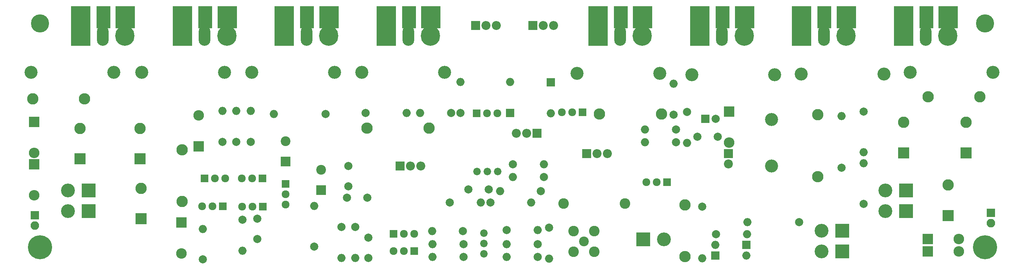
<source format=gbr>
G04 #@! TF.FileFunction,Soldermask,Top*
%FSLAX46Y46*%
G04 Gerber Fmt 4.6, Leading zero omitted, Abs format (unit mm)*
G04 Created by KiCad (PCBNEW 4.0.7) date 10/26/20 22:45:00*
%MOMM*%
%LPD*%
G01*
G04 APERTURE LIST*
%ADD10C,0.100000*%
%ADD11C,1.920000*%
%ADD12R,1.920000X1.920000*%
%ADD13C,2.000000*%
%ADD14O,2.000000X2.000000*%
%ADD15R,2.600000X2.600000*%
%ADD16O,2.600000X2.600000*%
%ADD17R,2.800000X2.800000*%
%ADD18C,2.800000*%
%ADD19C,2.600000*%
%ADD20C,2.400000*%
%ADD21R,2.000000X2.000000*%
%ADD22R,2.400000X2.400000*%
%ADD23R,2.200000X2.200000*%
%ADD24C,2.200000*%
%ADD25C,1.840000*%
%ADD26O,2.800000X2.800000*%
%ADD27R,4.700000X5.400000*%
%ADD28R,3.400000X5.400000*%
%ADD29R,4.700000X4.900000*%
%ADD30O,2.900000X4.900000*%
%ADD31O,4.700000X4.900000*%
%ADD32C,3.200000*%
%ADD33O,3.200000X3.200000*%
%ADD34C,5.900000*%
%ADD35C,4.464000*%
%ADD36R,2.100000X2.100000*%
%ADD37O,2.100000X2.100000*%
%ADD38R,3.400000X3.400000*%
%ADD39C,3.400000*%
%ADD40O,2.200000X2.200000*%
G04 APERTURE END LIST*
D10*
D11*
X181460000Y-86000000D03*
X178920000Y-86000000D03*
D12*
X184000000Y-86000000D03*
D11*
X72940000Y-85100000D03*
X75480000Y-85100000D03*
D12*
X70400000Y-85100000D03*
D13*
X100100000Y-69250000D03*
D14*
X87400000Y-69250000D03*
D15*
X199200000Y-68600000D03*
D16*
X199200000Y-76220000D03*
D17*
X54625000Y-80250000D03*
D18*
X54625000Y-72750000D03*
D19*
X160980000Y-103100000D03*
X160980000Y-98020000D03*
X166060000Y-98020000D03*
X166060000Y-103100000D03*
D20*
X163520000Y-100560000D03*
D21*
X193400000Y-70400000D03*
D13*
X195900000Y-70400000D03*
D11*
X119340000Y-98700000D03*
X121880000Y-98700000D03*
D12*
X116800000Y-98700000D03*
D13*
X186200000Y-73000000D03*
D14*
X178580000Y-73000000D03*
D13*
X133800000Y-98000000D03*
D14*
X126300000Y-98000000D03*
D13*
X70000000Y-105000000D03*
D14*
X70000000Y-97500000D03*
D13*
X83400000Y-99950000D03*
X83400000Y-94950000D03*
X196400000Y-74800000D03*
X191400000Y-74800000D03*
X110600000Y-104600000D03*
X110600000Y-99600000D03*
D22*
X90350000Y-80900000D03*
D20*
X90350000Y-75900000D03*
D22*
X99000000Y-87950000D03*
D20*
X99000000Y-82950000D03*
D13*
X105750000Y-87050000D03*
X105750000Y-82050000D03*
X153000000Y-88200000D03*
D14*
X143000000Y-88200000D03*
D13*
X232200000Y-91300000D03*
D14*
X232200000Y-81300000D03*
D13*
X110000000Y-69000000D03*
D14*
X120000000Y-69000000D03*
D17*
X257400000Y-78800000D03*
D18*
X257400000Y-71300000D03*
D13*
X232200000Y-68600000D03*
D14*
X232200000Y-78600000D03*
D15*
X64730000Y-95900000D03*
D16*
X64730000Y-103520000D03*
D23*
X199000000Y-79000000D03*
D24*
X199000000Y-81540000D03*
D21*
X145400000Y-69000000D03*
D14*
X145400000Y-61380000D03*
D21*
X155400000Y-61400000D03*
D14*
X155400000Y-69020000D03*
D15*
X68975000Y-77200000D03*
D16*
X68975000Y-69580000D03*
D13*
X144600000Y-97800000D03*
D14*
X152220000Y-97800000D03*
D13*
X155000000Y-97200000D03*
D14*
X155000000Y-104820000D03*
D13*
X78250000Y-76100000D03*
D14*
X78250000Y-68480000D03*
D13*
X74850000Y-76050000D03*
D14*
X74850000Y-68430000D03*
D13*
X79700000Y-95200000D03*
D14*
X79700000Y-102820000D03*
D13*
X134000000Y-101200000D03*
D14*
X126380000Y-101200000D03*
D13*
X134000000Y-104400000D03*
D14*
X126380000Y-104400000D03*
D13*
X152200000Y-101200000D03*
D14*
X144580000Y-101200000D03*
D13*
X152200000Y-104400000D03*
D14*
X144580000Y-104400000D03*
D25*
X139000000Y-103600000D03*
X139000000Y-101060000D03*
X139000000Y-98520000D03*
D18*
X188400000Y-91600000D03*
D26*
X188400000Y-104300000D03*
D13*
X188850000Y-68750000D03*
D14*
X188850000Y-76370000D03*
D18*
X64925000Y-90700000D03*
D26*
X64925000Y-78000000D03*
D13*
X107400000Y-97000000D03*
D14*
X107400000Y-104620000D03*
D13*
X104000000Y-97000000D03*
D14*
X104000000Y-104620000D03*
D13*
X192600000Y-92000000D03*
D14*
X192600000Y-104700000D03*
D13*
X81750000Y-76100000D03*
D14*
X81750000Y-68480000D03*
D13*
X146100000Y-81600000D03*
D14*
X153720000Y-81600000D03*
D25*
X142400000Y-83400000D03*
X139860000Y-83400000D03*
X137320000Y-83400000D03*
D13*
X153750000Y-84750000D03*
D14*
X146130000Y-84750000D03*
D13*
X186200000Y-76200000D03*
D14*
X178580000Y-76200000D03*
D13*
X131000000Y-69000000D03*
D14*
X123380000Y-69000000D03*
D18*
X182600000Y-69200000D03*
D26*
X167360000Y-69200000D03*
D13*
X133250000Y-69000000D03*
D14*
X133250000Y-61380000D03*
D13*
X185600000Y-69400000D03*
D14*
X185600000Y-61780000D03*
D18*
X28250000Y-65500000D03*
D26*
X40950000Y-65500000D03*
D18*
X260750000Y-65000000D03*
D26*
X248050000Y-65000000D03*
D13*
X226800000Y-82400000D03*
D14*
X226800000Y-69700000D03*
D27*
X50968000Y-45428000D03*
D28*
X45588000Y-45428000D03*
D29*
X40000000Y-50000000D03*
D30*
X45450000Y-50000000D03*
D31*
X50900000Y-50000000D03*
D27*
X40000000Y-45428000D03*
X252968000Y-45428000D03*
D28*
X247588000Y-45428000D03*
D29*
X242000000Y-50000000D03*
D30*
X247450000Y-50000000D03*
D31*
X252900000Y-50000000D03*
D27*
X242000000Y-45428000D03*
X75968000Y-45428000D03*
D28*
X70588000Y-45428000D03*
D29*
X65000000Y-50000000D03*
D30*
X70450000Y-50000000D03*
D31*
X75900000Y-50000000D03*
D27*
X65000000Y-45428000D03*
X227968000Y-45428000D03*
D28*
X222588000Y-45428000D03*
D29*
X217000000Y-50000000D03*
D30*
X222450000Y-50000000D03*
D31*
X227900000Y-50000000D03*
D27*
X217000000Y-45428000D03*
X100968000Y-45428000D03*
D28*
X95588000Y-45428000D03*
D29*
X90000000Y-50000000D03*
D30*
X95450000Y-50000000D03*
D31*
X100900000Y-50000000D03*
D27*
X90000000Y-45428000D03*
X202968000Y-45428000D03*
D28*
X197588000Y-45428000D03*
D29*
X192000000Y-50000000D03*
D30*
X197450000Y-50000000D03*
D31*
X202900000Y-50000000D03*
D27*
X192000000Y-45428000D03*
X125968000Y-45428000D03*
D28*
X120588000Y-45428000D03*
D29*
X115000000Y-50000000D03*
D30*
X120450000Y-50000000D03*
D31*
X125900000Y-50000000D03*
D27*
X115000000Y-45428000D03*
X177968000Y-45428000D03*
D28*
X172588000Y-45428000D03*
D29*
X167000000Y-50000000D03*
D30*
X172450000Y-50000000D03*
D31*
X177900000Y-50000000D03*
D27*
X167000000Y-45428000D03*
D32*
X27800000Y-59000000D03*
D33*
X48120000Y-59000000D03*
D32*
X264000000Y-59000000D03*
D33*
X243680000Y-59000000D03*
D32*
X55000000Y-59000000D03*
D33*
X75320000Y-59000000D03*
D32*
X237200000Y-59400000D03*
D33*
X216880000Y-59400000D03*
D32*
X82000000Y-59000000D03*
D33*
X102320000Y-59000000D03*
D32*
X210400000Y-59600000D03*
D33*
X190080000Y-59600000D03*
D32*
X109000000Y-59000000D03*
D33*
X129320000Y-59000000D03*
D32*
X182200000Y-59200000D03*
D33*
X161880000Y-59200000D03*
D34*
X262000000Y-102000000D03*
D35*
X262000000Y-47000000D03*
D34*
X30000000Y-102000000D03*
D35*
X30000000Y-47000000D03*
D17*
X39850000Y-80250000D03*
D18*
X39850000Y-72750000D03*
D17*
X54825000Y-95000000D03*
D18*
X54825000Y-87500000D03*
D17*
X242000000Y-78800000D03*
D18*
X242000000Y-71300000D03*
D17*
X253000000Y-94200000D03*
D18*
X253000000Y-86700000D03*
X125550000Y-72700000D03*
D26*
X110310000Y-72700000D03*
D19*
X158600000Y-91200000D03*
X173600000Y-91200000D03*
D32*
X209600000Y-82000000D03*
X209600000Y-70570000D03*
D18*
X221000000Y-69400000D03*
D26*
X221000000Y-84640000D03*
D11*
X119360000Y-102900000D03*
X116820000Y-102900000D03*
D12*
X121900000Y-102900000D03*
D11*
X82110000Y-85050000D03*
X79570000Y-85050000D03*
D12*
X84650000Y-85050000D03*
D11*
X82210000Y-92000000D03*
X79670000Y-92000000D03*
D12*
X84750000Y-92000000D03*
D11*
X72410000Y-91950000D03*
X69870000Y-91950000D03*
D12*
X74950000Y-91950000D03*
D11*
X90300000Y-88990000D03*
X90300000Y-91530000D03*
D12*
X90300000Y-86450000D03*
D11*
X139740000Y-69100000D03*
X142280000Y-69100000D03*
D12*
X137200000Y-69100000D03*
D11*
X160660000Y-68800000D03*
X158120000Y-68800000D03*
D12*
X163200000Y-68800000D03*
D15*
X28600000Y-71200000D03*
D16*
X28600000Y-78820000D03*
D15*
X248000000Y-100000000D03*
D16*
X255620000Y-100000000D03*
D15*
X28600000Y-81600000D03*
D16*
X28600000Y-89220000D03*
D15*
X248000000Y-103000000D03*
D16*
X255620000Y-103000000D03*
D13*
X97350000Y-101800000D03*
D14*
X97350000Y-91800000D03*
D13*
X216400000Y-95800000D03*
D14*
X203700000Y-95800000D03*
D13*
X140600000Y-91000000D03*
D14*
X150600000Y-91000000D03*
D13*
X135200000Y-87800000D03*
X140200000Y-87800000D03*
X130600000Y-91000000D03*
D14*
X138220000Y-91000000D03*
D36*
X263460000Y-93540000D03*
D37*
X263460000Y-96080000D03*
D36*
X28770000Y-94110000D03*
D37*
X28770000Y-96650000D03*
D38*
X227000000Y-97900000D03*
D39*
X221920000Y-97900000D03*
D38*
X227000000Y-102980000D03*
D39*
X221920000Y-102980000D03*
D38*
X242600000Y-88000000D03*
D39*
X237520000Y-88000000D03*
D38*
X242600000Y-93080000D03*
D39*
X237520000Y-93080000D03*
D38*
X42000000Y-88000000D03*
D39*
X36920000Y-88000000D03*
D38*
X42000000Y-93080000D03*
D39*
X36920000Y-93080000D03*
D38*
X178080000Y-100050000D03*
D39*
X183160000Y-100050000D03*
D13*
X105400000Y-89800000D03*
X110400000Y-89800000D03*
D21*
X195800000Y-104000000D03*
D14*
X203420000Y-104000000D03*
D21*
X203400000Y-101400000D03*
D14*
X195780000Y-101400000D03*
D13*
X196000000Y-98800000D03*
D14*
X203620000Y-98800000D03*
D23*
X118400000Y-82000000D03*
D40*
X120940000Y-82000000D03*
X123480000Y-82000000D03*
D23*
X152000000Y-74000000D03*
D40*
X149460000Y-74000000D03*
X146920000Y-74000000D03*
D23*
X164200000Y-79000000D03*
D40*
X166740000Y-79000000D03*
X169280000Y-79000000D03*
D23*
X137000000Y-47500000D03*
D40*
X139540000Y-47500000D03*
X142080000Y-47500000D03*
D23*
X151000000Y-47500000D03*
D40*
X153540000Y-47500000D03*
X156080000Y-47500000D03*
M02*

</source>
